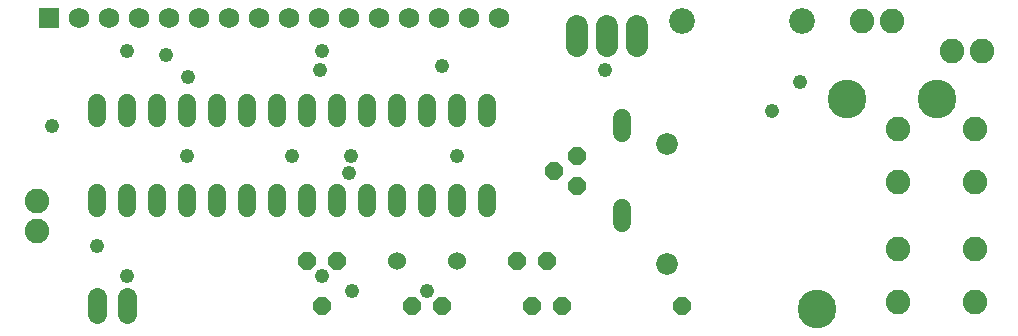
<source format=gts>
G04 This is an RS-274x file exported by *
G04 gerbv version 2.5.0 *
G04 More information is available about gerbv at *
G04 http://gerbv.gpleda.org/ *
G04 --End of header info--*
%MOIN*%
%FSLAX23Y23*%
%IPPOS*%
G04 --Define apertures--*
%ADD10C,0.0600*%
%AMMACRO11*
5,1,8,0.000000,0.000000,0.064943,22.500000*
%
%ADD11MACRO11*%
%ADD12C,0.1290*%
%ADD13C,0.0725*%
%ADD14C,0.0820*%
%ADD15C,0.0600*%
%ADD16R,0.0680X0.0680*%
%ADD17C,0.0680*%
%ADD18C,0.1182*%
%ADD19C,0.0640*%
%ADD20C,0.0740*%
%ADD21C,0.1380*%
%ADD22C,0.0860*%
%ADD23C,0.0480*%
%ADD24C,0.0476*%
G04 --Start main section--*
G54D10*
G01X00490Y00698D02*
G01X00490Y00750D01*
G01X00590Y00750D02*
G01X00590Y00698D01*
G01X00690Y00698D02*
G01X00690Y00750D01*
G01X00790Y00750D02*
G01X00790Y00698D01*
G01X00890Y00698D02*
G01X00890Y00750D01*
G01X00990Y00750D02*
G01X00990Y00698D01*
G01X01090Y00698D02*
G01X01090Y00750D01*
G01X01190Y00750D02*
G01X01190Y00698D01*
G01X01290Y00698D02*
G01X01290Y00750D01*
G01X01390Y00750D02*
G01X01390Y00698D01*
G01X01490Y00698D02*
G01X01490Y00750D01*
G01X01590Y00750D02*
G01X01590Y00698D01*
G01X01690Y00698D02*
G01X01690Y00750D01*
G01X01790Y00750D02*
G01X01790Y00698D01*
G01X02240Y00700D02*
G01X02240Y00648D01*
G01X02240Y00948D02*
G01X02240Y01000D01*
G01X01790Y00998D02*
G01X01790Y01050D01*
G01X01690Y01050D02*
G01X01690Y00998D01*
G01X01590Y00998D02*
G01X01590Y01050D01*
G01X01490Y01050D02*
G01X01490Y00998D01*
G01X01390Y00998D02*
G01X01390Y01050D01*
G01X01290Y01050D02*
G01X01290Y00998D01*
G01X01190Y00998D02*
G01X01190Y01050D01*
G01X01090Y01050D02*
G01X01090Y00998D01*
G01X00990Y00998D02*
G01X00990Y01050D01*
G01X00890Y01050D02*
G01X00890Y00998D01*
G01X00790Y00998D02*
G01X00790Y01050D01*
G01X00690Y01050D02*
G01X00690Y00998D01*
G01X00590Y00998D02*
G01X00590Y01050D01*
G01X00490Y01050D02*
G01X00490Y00998D01*
G54D11*
G01X01190Y00524D03*
G01X01290Y00524D03*
G01X01240Y00374D03*
G01X01540Y00374D03*
G01X01640Y00374D03*
G01X01890Y00524D03*
G01X01990Y00524D03*
G01X02040Y00374D03*
G01X01940Y00374D03*
G01X02440Y00374D03*
G01X02090Y00774D03*
G01X02015Y00824D03*
G01X02090Y00874D03*
G54D12*
G01X02890Y00364D03*
G01X02990Y01064D03*
G01X03290Y01064D03*
G54D13*
G01X02390Y00914D03*
G01X02390Y00514D03*
G54D14*
G01X03162Y00563D03*
G01X03418Y00563D03*
G01X03418Y00385D03*
G01X03162Y00385D03*
G01X03162Y00785D03*
G01X03418Y00785D03*
G01X03418Y00963D03*
G01X03162Y00963D03*
G01X03340Y01224D03*
G01X03440Y01224D03*
G01X03140Y01324D03*
G01X03040Y01324D03*
G01X00290Y00724D03*
G01X00290Y00624D03*
G54D15*
G01X01490Y00524D03*
G01X01690Y00524D03*
G54D16*
G01X00330Y01334D03*
G54D17*
G01X00430Y01334D03*
G01X00530Y01334D03*
G01X00630Y01334D03*
G01X00730Y01334D03*
G01X00830Y01334D03*
G01X00930Y01334D03*
G01X01030Y01334D03*
G01X01130Y01334D03*
G01X01230Y01334D03*
G01X01330Y01334D03*
G01X01430Y01334D03*
G01X01530Y01334D03*
G01X01630Y01334D03*
G01X01730Y01334D03*
G01X01830Y01334D03*
G54D19*
G01X00590Y00346D02*
G01X00590Y00402D01*
G01X00490Y00402D02*
G01X00490Y00346D01*
G54D20*
G01X02090Y01241D02*
G01X02090Y01307D01*
G01X02190Y01307D02*
G01X02190Y01241D01*
G01X02290Y01241D02*
G01X02290Y01307D01*
G54D22*
G01X02440Y01324D03*
G01X02840Y01324D03*
G54D23*
G01X02834Y01120D03*
G01X02186Y01160D03*
G01X01690Y00874D03*
G01X01338Y00872D03*
G01X01330Y00816D03*
G01X01140Y00874D03*
G01X00790Y00874D03*
G01X00794Y01136D03*
G01X00722Y01208D03*
G01X00590Y01224D03*
G01X00340Y00974D03*
G01X00490Y00574D03*
G01X00590Y00474D03*
G01X01240Y00474D03*
G01X01340Y00424D03*
G01X01590Y00424D03*
G01X01234Y01160D03*
G01X01240Y01224D03*
G01X01640Y01174D03*
G54D24*
G01X02740Y01024D03*
M02*

</source>
